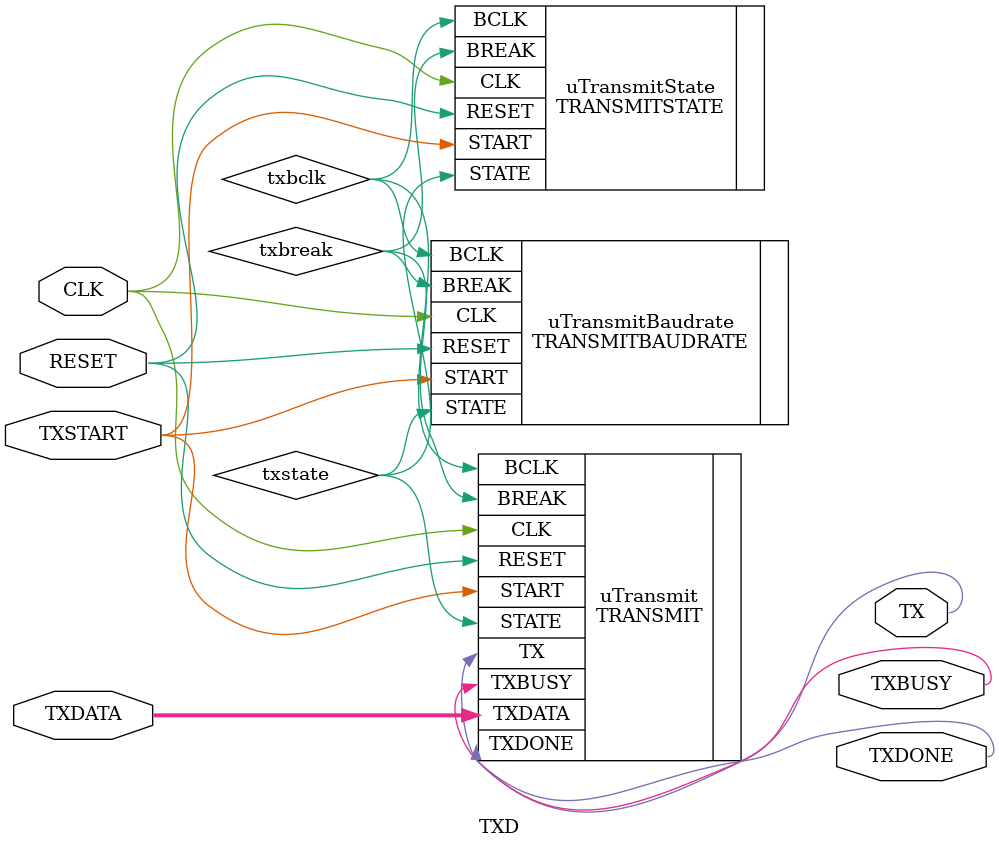
<source format=v>
`include "transmit.v"
`include "transmitstate.v"
`include "transmitbaudrate.v"

module TXD (
    input  wire       CLK     ,
    input  wire       RESET   ,
    output wire       TX      ,
    input  wire [7:0] TXDATA  ,
    input  wire       TXSTART ,
    output wire       TXBUSY  ,
    output wire       TXDONE
);

parameter 
    SCYCLE   = 50_000_000,
    BAUDRATE = 9600;

wire txstate;
wire txbclk, txbreak;
TRANSMITSTATE uTransmitState (
    .CLK        (CLK         ),
    .RESET      (RESET       ),
    .START      (TXSTART     ),
    .BCLK       (txbclk      ),
    .BREAK      (txbreak     ),
    .STATE      (txstate     )
);

TRANSMITBAUDRATE #(
    .SCYCLE     (SCYCLE      ),
    .BAUDRATE   (BAUDRATE    )
) uTransmitBaudrate (
    .CLK        (CLK         ),
    .RESET      (RESET       ),
    .START      (TXSTART     ),
    .STATE      (txstate     ),
    .BCLK       (txbclk      ),
    .BREAK      (txbreak     )
);

TRANSMIT uTransmit (
    .CLK        (CLK         ), 
    .RESET      (RESET       ),   
    .STATE      (txstate     ),
    .START      (TXSTART     ),
    .BCLK       (txbclk      ),
    .BREAK      (txbreak     ),    
    .TXDATA     (TXDATA      ),  
    .TXBUSY     (TXBUSY      ),  
    .TXDONE     (TXDONE      ),  
    .TX         (TX          )  
);

endmodule
</source>
